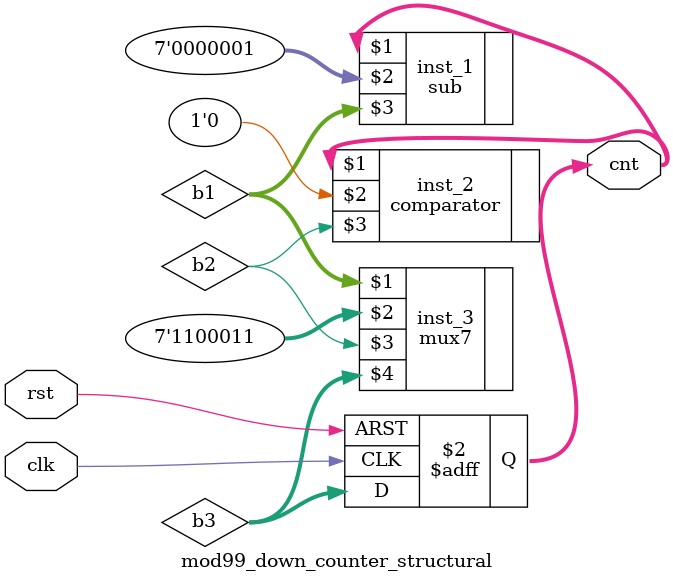
<source format=v>
module mod99_down_counter_structural (
     input clk, rst,
	 output reg [6:0] cnt
	 );
	 wire [6:0] b1, b3;
	 
     sub inst_1 (cnt, 7'd1, b1);
	 comparator inst_2 (cnt, 1'b0, b2);
	 mux7 inst_3 (b1, 7'd99, b2, b3);
	 
	 always @(posedge clk or posedge rst) begin
	     if (rst) 
		     cnt <= 7'd99;
		 else 
		     cnt <= b3;
		end
	endmodule
</source>
